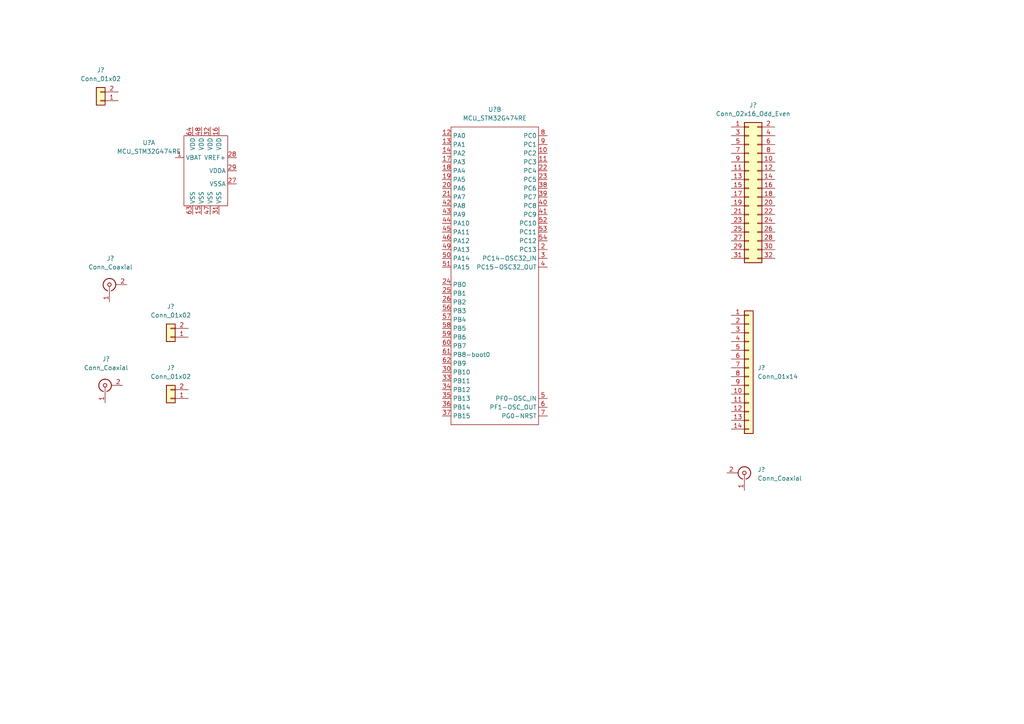
<source format=kicad_sch>
(kicad_sch (version 20211123) (generator eeschema)
  (paper "A4")
  (lib_symbols
    (symbol "Connector:Conn_Coaxial" (pin_names (offset 1.016) hide)
      (property "Reference" "J" (at 0.254 3.048 0))
      (property "Value" "Conn_Coaxial" (at 2.921 0 90))
      (symbol "Conn_Coaxial_0_1"
        (arc (start -1.778 -0.508) (mid 0.2311 -1.8066) (end 1.778 0) (stroke (width 0.254)))
        (polyline (pts (xy -2.54 0) (xy -0.508 0)))
        (polyline (pts (xy 0 -2.54) (xy 0 -1.778)))
        (circle (center 0 0) (radius 0.508) (stroke (width 0.2032)))
        (arc (start 1.778 0) (mid 0.2099 1.8101) (end -1.778 0.508) (stroke (width 0.254)))
      )
      (symbol "Conn_Coaxial_1_1"
        (pin passive line (at -5.08 0 0) (length 2.54) (name "In") (number "1"))
        (pin passive line (at 0 -5.08 90) (length 2.54) (name "Ext") (number "2"))
      )
    )
    (symbol "Connector_Generic:Conn_01x02" (pin_names (offset 1.016) hide)
      (property "Reference" "J" (at 0 2.54 0))
      (property "Value" "Conn_01x02" (at 0 -5.08 0))
      (symbol "Conn_01x02_1_1"
        (rectangle (start -1.27 -2.413) (end 0 -2.667) (stroke (width 0.1524)))
        (rectangle (start -1.27 0.127) (end 0 -0.127) (stroke (width 0.1524)))
        (rectangle (start -1.27 1.27) (end 1.27 -3.81) (stroke (width 0.254)) (fill (type background)))
        (pin passive line (at -5.08 0 0) (length 3.81) (name "Pin_1") (number "1"))
        (pin passive line (at -5.08 -2.54 0) (length 3.81) (name "Pin_2") (number "2"))
      )
    )
    (symbol "Connector_Generic:Conn_01x14" (pin_names (offset 1.016) hide)
      (property "Reference" "J" (at 0 17.78 0))
      (property "Value" "Conn_01x14" (at 0 -20.32 0))
      (symbol "Conn_01x14_1_1"
        (rectangle (start -1.27 -17.653) (end 0 -17.907) (stroke (width 0.1524)))
        (rectangle (start -1.27 -15.113) (end 0 -15.367) (stroke (width 0.1524)))
        (rectangle (start -1.27 -12.573) (end 0 -12.827) (stroke (width 0.1524)))
        (rectangle (start -1.27 -10.033) (end 0 -10.287) (stroke (width 0.1524)))
        (rectangle (start -1.27 -7.493) (end 0 -7.747) (stroke (width 0.1524)))
        (rectangle (start -1.27 -4.953) (end 0 -5.207) (stroke (width 0.1524)))
        (rectangle (start -1.27 -2.413) (end 0 -2.667) (stroke (width 0.1524)))
        (rectangle (start -1.27 0.127) (end 0 -0.127) (stroke (width 0.1524)))
        (rectangle (start -1.27 2.667) (end 0 2.413) (stroke (width 0.1524)))
        (rectangle (start -1.27 5.207) (end 0 4.953) (stroke (width 0.1524)))
        (rectangle (start -1.27 7.747) (end 0 7.493) (stroke (width 0.1524)))
        (rectangle (start -1.27 10.287) (end 0 10.033) (stroke (width 0.1524)))
        (rectangle (start -1.27 12.827) (end 0 12.573) (stroke (width 0.1524)))
        (rectangle (start -1.27 15.367) (end 0 15.113) (stroke (width 0.1524)))
        (rectangle (start -1.27 16.51) (end 1.27 -19.05) (stroke (width 0.254)) (fill (type background)))
        (pin passive line (at -5.08 15.24 0) (length 3.81) (name "Pin_1") (number "1"))
        (pin passive line (at -5.08 -7.62 0) (length 3.81) (name "Pin_10") (number "10"))
        (pin passive line (at -5.08 -10.16 0) (length 3.81) (name "Pin_11") (number "11"))
        (pin passive line (at -5.08 -12.7 0) (length 3.81) (name "Pin_12") (number "12"))
        (pin passive line (at -5.08 -15.24 0) (length 3.81) (name "Pin_13") (number "13"))
        (pin passive line (at -5.08 -17.78 0) (length 3.81) (name "Pin_14") (number "14"))
        (pin passive line (at -5.08 12.7 0) (length 3.81) (name "Pin_2") (number "2"))
        (pin passive line (at -5.08 10.16 0) (length 3.81) (name "Pin_3") (number "3"))
        (pin passive line (at -5.08 7.62 0) (length 3.81) (name "Pin_4") (number "4"))
        (pin passive line (at -5.08 5.08 0) (length 3.81) (name "Pin_5") (number "5"))
        (pin passive line (at -5.08 2.54 0) (length 3.81) (name "Pin_6") (number "6"))
        (pin passive line (at -5.08 0 0) (length 3.81) (name "Pin_7") (number "7"))
        (pin passive line (at -5.08 -2.54 0) (length 3.81) (name "Pin_8") (number "8"))
        (pin passive line (at -5.08 -5.08 0) (length 3.81) (name "Pin_9") (number "9"))
      )
    )
    (symbol "Connector_Generic:Conn_02x16_Odd_Even" (pin_names (offset 1.016) hide)
      (property "Reference" "J" (at 1.27 20.32 0))
      (property "Value" "Conn_02x16_Odd_Even" (at 1.27 -22.86 0))
      (symbol "Conn_02x16_Odd_Even_1_1"
        (rectangle (start -1.27 -20.193) (end 0 -20.447) (stroke (width 0.1524)))
        (rectangle (start -1.27 -17.653) (end 0 -17.907) (stroke (width 0.1524)))
        (rectangle (start -1.27 -15.113) (end 0 -15.367) (stroke (width 0.1524)))
        (rectangle (start -1.27 -12.573) (end 0 -12.827) (stroke (width 0.1524)))
        (rectangle (start -1.27 -10.033) (end 0 -10.287) (stroke (width 0.1524)))
        (rectangle (start -1.27 -7.493) (end 0 -7.747) (stroke (width 0.1524)))
        (rectangle (start -1.27 -4.953) (end 0 -5.207) (stroke (width 0.1524)))
        (rectangle (start -1.27 -2.413) (end 0 -2.667) (stroke (width 0.1524)))
        (rectangle (start -1.27 0.127) (end 0 -0.127) (stroke (width 0.1524)))
        (rectangle (start -1.27 2.667) (end 0 2.413) (stroke (width 0.1524)))
        (rectangle (start -1.27 5.207) (end 0 4.953) (stroke (width 0.1524)))
        (rectangle (start -1.27 7.747) (end 0 7.493) (stroke (width 0.1524)))
        (rectangle (start -1.27 10.287) (end 0 10.033) (stroke (width 0.1524)))
        (rectangle (start -1.27 12.827) (end 0 12.573) (stroke (width 0.1524)))
        (rectangle (start -1.27 15.367) (end 0 15.113) (stroke (width 0.1524)))
        (rectangle (start -1.27 17.907) (end 0 17.653) (stroke (width 0.1524)))
        (rectangle (start -1.27 19.05) (end 3.81 -21.59) (stroke (width 0.254)) (fill (type background)))
        (rectangle (start 3.81 -20.193) (end 2.54 -20.447) (stroke (width 0.1524)))
        (rectangle (start 3.81 -17.653) (end 2.54 -17.907) (stroke (width 0.1524)))
        (rectangle (start 3.81 -15.113) (end 2.54 -15.367) (stroke (width 0.1524)))
        (rectangle (start 3.81 -12.573) (end 2.54 -12.827) (stroke (width 0.1524)))
        (rectangle (start 3.81 -10.033) (end 2.54 -10.287) (stroke (width 0.1524)))
        (rectangle (start 3.81 -7.493) (end 2.54 -7.747) (stroke (width 0.1524)))
        (rectangle (start 3.81 -4.953) (end 2.54 -5.207) (stroke (width 0.1524)))
        (rectangle (start 3.81 -2.413) (end 2.54 -2.667) (stroke (width 0.1524)))
        (rectangle (start 3.81 0.127) (end 2.54 -0.127) (stroke (width 0.1524)))
        (rectangle (start 3.81 2.667) (end 2.54 2.413) (stroke (width 0.1524)))
        (rectangle (start 3.81 5.207) (end 2.54 4.953) (stroke (width 0.1524)))
        (rectangle (start 3.81 7.747) (end 2.54 7.493) (stroke (width 0.1524)))
        (rectangle (start 3.81 10.287) (end 2.54 10.033) (stroke (width 0.1524)))
        (rectangle (start 3.81 12.827) (end 2.54 12.573) (stroke (width 0.1524)))
        (rectangle (start 3.81 15.367) (end 2.54 15.113) (stroke (width 0.1524)))
        (rectangle (start 3.81 17.907) (end 2.54 17.653) (stroke (width 0.1524)))
        (pin passive line (at -5.08 17.78 0) (length 3.81) (name "Pin_1") (number "1"))
        (pin passive line (at 7.62 7.62 180) (length 3.81) (name "Pin_10") (number "10"))
        (pin passive line (at -5.08 5.08 0) (length 3.81) (name "Pin_11") (number "11"))
        (pin passive line (at 7.62 5.08 180) (length 3.81) (name "Pin_12") (number "12"))
        (pin passive line (at -5.08 2.54 0) (length 3.81) (name "Pin_13") (number "13"))
        (pin passive line (at 7.62 2.54 180) (length 3.81) (name "Pin_14") (number "14"))
        (pin passive line (at -5.08 0 0) (length 3.81) (name "Pin_15") (number "15"))
        (pin passive line (at 7.62 0 180) (length 3.81) (name "Pin_16") (number "16"))
        (pin passive line (at -5.08 -2.54 0) (length 3.81) (name "Pin_17") (number "17"))
        (pin passive line (at 7.62 -2.54 180) (length 3.81) (name "Pin_18") (number "18"))
        (pin passive line (at -5.08 -5.08 0) (length 3.81) (name "Pin_19") (number "19"))
        (pin passive line (at 7.62 17.78 180) (length 3.81) (name "Pin_2") (number "2"))
        (pin passive line (at 7.62 -5.08 180) (length 3.81) (name "Pin_20") (number "20"))
        (pin passive line (at -5.08 -7.62 0) (length 3.81) (name "Pin_21") (number "21"))
        (pin passive line (at 7.62 -7.62 180) (length 3.81) (name "Pin_22") (number "22"))
        (pin passive line (at -5.08 -10.16 0) (length 3.81) (name "Pin_23") (number "23"))
        (pin passive line (at 7.62 -10.16 180) (length 3.81) (name "Pin_24") (number "24"))
        (pin passive line (at -5.08 -12.7 0) (length 3.81) (name "Pin_25") (number "25"))
        (pin passive line (at 7.62 -12.7 180) (length 3.81) (name "Pin_26") (number "26"))
        (pin passive line (at -5.08 -15.24 0) (length 3.81) (name "Pin_27") (number "27"))
        (pin passive line (at 7.62 -15.24 180) (length 3.81) (name "Pin_28") (number "28"))
        (pin passive line (at -5.08 -17.78 0) (length 3.81) (name "Pin_29") (number "29"))
        (pin passive line (at -5.08 15.24 0) (length 3.81) (name "Pin_3") (number "3"))
        (pin passive line (at 7.62 -17.78 180) (length 3.81) (name "Pin_30") (number "30"))
        (pin passive line (at -5.08 -20.32 0) (length 3.81) (name "Pin_31") (number "31"))
        (pin passive line (at 7.62 -20.32 180) (length 3.81) (name "Pin_32") (number "32"))
        (pin passive line (at 7.62 15.24 180) (length 3.81) (name "Pin_4") (number "4"))
        (pin passive line (at -5.08 12.7 0) (length 3.81) (name "Pin_5") (number "5"))
        (pin passive line (at 7.62 12.7 180) (length 3.81) (name "Pin_6") (number "6"))
        (pin passive line (at -5.08 10.16 0) (length 3.81) (name "Pin_7") (number "7"))
        (pin passive line (at 7.62 10.16 180) (length 3.81) (name "Pin_8") (number "8"))
        (pin passive line (at -5.08 7.62 0) (length 3.81) (name "Pin_9") (number "9"))
      )
    )
    (symbol "UKMaker:MCU_STM32G474RE"
      (property "Reference" "U" (at 0 22.86 0))
      (property "Value" "MCU_STM32G474RE" (at 3.81 -13.97 0))
      (symbol "MCU_STM32G474RE_1_1"
        (rectangle (start -6.35 10.16) (end 6.35 -10.16))
        (pin power_in line (at -8.89 3.81 0) (length 2.54) (name "VBAT") (number "1"))
        (pin power_in line (at -1.27 -12.7 90) (length 2.54) (name "VSS") (number "15"))
        (pin power_in line (at 3.81 12.7 270) (length 2.54) (name "VDD") (number "16"))
        (pin power_in line (at 8.89 -3.81 180) (length 2.54) (name "VSSA") (number "27"))
        (pin power_in line (at 8.89 3.81 180) (length 2.54) (name "VREF+") (number "28"))
        (pin power_in line (at 8.89 0 180) (length 2.54) (name "VDDA") (number "29"))
        (pin power_in line (at 3.81 -12.7 90) (length 2.54) (name "VSS") (number "31"))
        (pin power_in line (at 1.27 12.7 270) (length 2.54) (name "VDD") (number "32"))
        (pin power_in line (at 1.27 -12.7 90) (length 2.54) (name "VSS") (number "47"))
        (pin power_in line (at -1.27 12.7 270) (length 2.54) (name "VDD") (number "48"))
        (pin power_in line (at -3.81 -12.7 90) (length 2.54) (name "VSS") (number "63"))
        (pin power_in line (at -3.81 12.7 270) (length 2.54) (name "VDD") (number "64"))
      )
      (symbol "MCU_STM32G474RE_2_1"
        (rectangle (start -12.7 43.18) (end 12.7 -43.18))
        (pin bidirectional line (at 15.24 35.56 180) (length 2.54) (name "PC2") (number "10"))
        (pin bidirectional line (at 15.24 33.02 180) (length 2.54) (name "PC3") (number "11"))
        (pin bidirectional line (at -15.24 40.64 0) (length 2.54) (name "PA0") (number "12"))
        (pin bidirectional line (at -15.24 38.1 0) (length 2.54) (name "PA1") (number "13"))
        (pin bidirectional line (at -15.24 35.56 0) (length 2.54) (name "PA2") (number "14"))
        (pin bidirectional line (at -15.24 33.02 0) (length 2.54) (name "PA3") (number "17"))
        (pin bidirectional line (at -15.24 30.48 0) (length 2.54) (name "PA4") (number "18"))
        (pin bidirectional line (at -15.24 27.94 0) (length 2.54) (name "PA5") (number "19"))
        (pin bidirectional line (at 15.24 7.62 180) (length 2.54) (name "PC13") (number "2"))
        (pin bidirectional line (at -15.24 25.4 0) (length 2.54) (name "PA6") (number "20"))
        (pin bidirectional line (at -15.24 22.86 0) (length 2.54) (name "PA7") (number "21"))
        (pin bidirectional line (at 15.24 30.48 180) (length 2.54) (name "PC4") (number "22"))
        (pin bidirectional line (at 15.24 27.94 180) (length 2.54) (name "PC5") (number "23"))
        (pin bidirectional line (at -15.24 -2.54 0) (length 2.54) (name "PB0") (number "24"))
        (pin bidirectional line (at -15.24 -5.08 0) (length 2.54) (name "PB1") (number "25"))
        (pin bidirectional line (at -15.24 -7.62 0) (length 2.54) (name "PB2") (number "26"))
        (pin bidirectional line (at 15.24 5.08 180) (length 2.54) (name "PC14-OSC32_IN") (number "3"))
        (pin bidirectional line (at -15.24 -27.94 0) (length 2.54) (name "PB10") (number "30"))
        (pin bidirectional line (at -15.24 -30.48 0) (length 2.54) (name "PB11") (number "33"))
        (pin bidirectional line (at -15.24 -33.02 0) (length 2.54) (name "PB12") (number "34"))
        (pin bidirectional line (at -15.24 -35.56 0) (length 2.54) (name "PB13") (number "35"))
        (pin bidirectional line (at -15.24 -38.1 0) (length 2.54) (name "PB14") (number "36"))
        (pin bidirectional line (at -15.24 -40.64 0) (length 2.54) (name "PB15") (number "37"))
        (pin bidirectional line (at 15.24 25.4 180) (length 2.54) (name "PC6") (number "38"))
        (pin bidirectional line (at 15.24 22.86 180) (length 2.54) (name "PC7") (number "39"))
        (pin bidirectional line (at 15.24 2.54 180) (length 2.54) (name "PC15-OSC32_OUT") (number "4"))
        (pin bidirectional line (at 15.24 20.32 180) (length 2.54) (name "PC8") (number "40"))
        (pin bidirectional line (at 15.24 17.78 180) (length 2.54) (name "PC9") (number "41"))
        (pin bidirectional line (at -15.24 20.32 0) (length 2.54) (name "PA8") (number "42"))
        (pin bidirectional line (at -15.24 17.78 0) (length 2.54) (name "PA9") (number "43"))
        (pin bidirectional line (at -15.24 15.24 0) (length 2.54) (name "PA10") (number "44"))
        (pin bidirectional line (at -15.24 12.7 0) (length 2.54) (name "PA11") (number "45"))
        (pin bidirectional line (at -15.24 10.16 0) (length 2.54) (name "PA12") (number "46"))
        (pin bidirectional line (at -15.24 7.62 0) (length 2.54) (name "PA13") (number "49"))
        (pin bidirectional line (at 15.24 -35.56 180) (length 2.54) (name "PF0-OSC_IN") (number "5"))
        (pin bidirectional line (at -15.24 5.08 0) (length 2.54) (name "PA14") (number "50"))
        (pin bidirectional line (at -15.24 2.54 0) (length 2.54) (name "PA15") (number "51"))
        (pin bidirectional line (at 15.24 15.24 180) (length 2.54) (name "PC10") (number "52"))
        (pin bidirectional line (at 15.24 12.7 180) (length 2.54) (name "PC11") (number "53"))
        (pin bidirectional line (at 15.24 10.16 180) (length 2.54) (name "PC12") (number "54"))
        (pin bidirectional line (at -15.24 -10.16 0) (length 2.54) (name "PB3") (number "56"))
        (pin bidirectional line (at -15.24 -12.7 0) (length 2.54) (name "PB4") (number "57"))
        (pin bidirectional line (at -15.24 -15.24 0) (length 2.54) (name "PB5") (number "58"))
        (pin bidirectional line (at -15.24 -17.78 0) (length 2.54) (name "PB6") (number "59"))
        (pin bidirectional line (at 15.24 -38.1 180) (length 2.54) (name "PF1-OSC_OUT") (number "6"))
        (pin bidirectional line (at -15.24 -20.32 0) (length 2.54) (name "PB7") (number "60"))
        (pin bidirectional line (at -15.24 -22.86 0) (length 2.54) (name "PB8-boot0") (number "61"))
        (pin bidirectional line (at -15.24 -25.4 0) (length 2.54) (name "PB9") (number "62"))
        (pin bidirectional line (at 15.24 -40.64 180) (length 2.54) (name "PG0-NRST") (number "7"))
        (pin bidirectional line (at 15.24 40.64 180) (length 2.54) (name "PC0") (number "8"))
        (pin bidirectional line (at 15.24 38.1 180) (length 2.54) (name "PC1") (number "9"))
      )
    )
  )
  (symbol (lib_id "UKMaker:MCU_STM32G474RE") (at 143.51 80.01 0) (unit 2)
    (property "Reference" "U?" (at 143.51 31.75 0))
    (property "Value" "MCU_STM32G474RE" (at 143.51 34.29 0))
  )
  (symbol (lib_id "Connector_Generic:Conn_01x02") (at 49.53 115.57 180) (unit 1)
    (property "Reference" "J?" (at 49.53 106.68 0))
    (property "Value" "Conn_01x02" (at 49.53 109.22 0))
  )
  (symbol (lib_id "Connector_Generic:Conn_01x14") (at 217.17 106.68 0) (unit 1)
    (property "Reference" "J?" (at 219.71 106.6799 0) (effects (justify left)))
    (property "Value" "Conn_01x14" (at 219.71 109.2199 0) (effects (justify left)))
  )
  (symbol (lib_id "Connector_Generic:Conn_01x02") (at 29.21 29.21 180) (unit 1)
    (property "Reference" "J?" (at 29.21 20.32 0))
    (property "Value" "Conn_01x02" (at 29.21 22.86 0))
  )
  (symbol (lib_id "Connector_Generic:Conn_01x02") (at 49.53 97.79 180) (unit 1)
    (property "Reference" "J?" (at 49.53 88.9 0))
    (property "Value" "Conn_01x02" (at 49.53 91.44 0))
  )
  (symbol (lib_id "Connector:Conn_Coaxial") (at 31.75 82.55 90) (unit 1)
    (property "Reference" "J?" (at 32.0432 74.93 90))
    (property "Value" "Conn_Coaxial" (at 32.0432 77.47 90))
    (property "Datasheet" " ~" (effects hide))
  )
  (symbol (lib_id "Connector:Conn_Coaxial") (at 30.48 111.76 90) (unit 1)
    (property "Reference" "J?" (at 30.7732 104.14 90))
    (property "Value" "Conn_Coaxial" (at 30.7732 106.68 90))
    (property "Datasheet" " ~" (effects hide))
  )
  (symbol (lib_id "Connector:Conn_Coaxial") (at 215.9 137.16 270) (mirror x) (unit 1)
    (property "Reference" "J?" (at 219.71 136.2073 90) (effects (justify left)))
    (property "Value" "Conn_Coaxial" (at 219.71 138.7473 90) (effects (justify left)))
    (property "Datasheet" " ~" (effects hide))
  )
  (symbol (lib_id "Connector_Generic:Conn_02x16_Odd_Even") (at 217.17 54.61 0) (unit 1)
    (property "Reference" "J?" (at 218.44 30.48 0))
    (property "Value" "Conn_02x16_Odd_Even" (at 218.44 33.02 0))
  )
  (symbol (lib_id "UKMaker:MCU_STM32G474RE") (at 59.69 49.53 0) (unit 1)
    (property "Reference" "U?" (at 43.18 41.3893 0))
    (property "Value" "MCU_STM32G474RE" (at 43.18 43.9293 0))
  )
)
</source>
